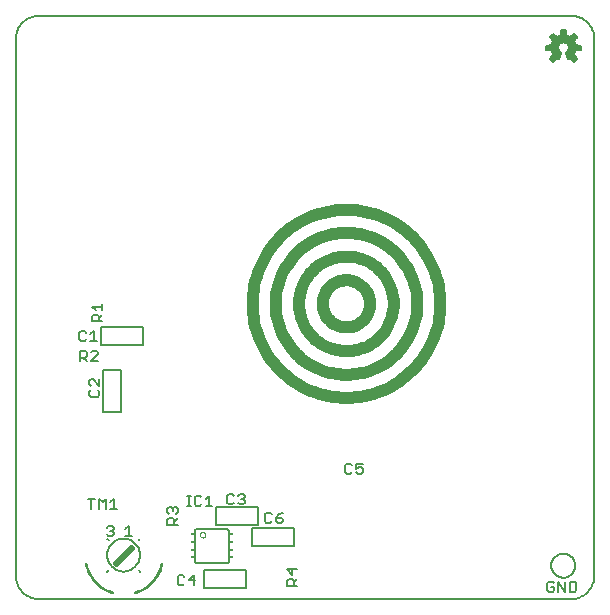
<source format=gto>
G75*
G70*
%OFA0B0*%
%FSLAX24Y24*%
%IPPOS*%
%LPD*%
%AMOC8*
5,1,8,0,0,1.08239X$1,22.5*
%
%ADD10C,0.0079*%
%ADD11C,0.0059*%
%ADD12C,0.0060*%
%ADD13C,0.0020*%
%ADD14R,0.0167X0.0096*%
%ADD15C,0.0050*%
%ADD16C,0.0240*%
%ADD17C,0.0010*%
%ADD18C,0.0400*%
D10*
X000937Y000198D02*
X018654Y000198D01*
X018654Y000199D02*
X018708Y000201D01*
X018761Y000206D01*
X018814Y000215D01*
X018866Y000228D01*
X018918Y000244D01*
X018968Y000264D01*
X019016Y000287D01*
X019063Y000314D01*
X019108Y000343D01*
X019151Y000376D01*
X019191Y000411D01*
X019229Y000449D01*
X019264Y000489D01*
X019297Y000532D01*
X019326Y000577D01*
X019353Y000624D01*
X019376Y000672D01*
X019396Y000722D01*
X019412Y000774D01*
X019425Y000826D01*
X019434Y000879D01*
X019439Y000932D01*
X019441Y000986D01*
X019441Y018860D01*
X019439Y018914D01*
X019434Y018967D01*
X019425Y019020D01*
X019412Y019072D01*
X019396Y019124D01*
X019376Y019174D01*
X019353Y019222D01*
X019326Y019269D01*
X019297Y019314D01*
X019264Y019357D01*
X019229Y019397D01*
X019191Y019435D01*
X019151Y019470D01*
X019108Y019503D01*
X019063Y019532D01*
X019016Y019559D01*
X018968Y019582D01*
X018918Y019602D01*
X018866Y019618D01*
X018814Y019631D01*
X018761Y019640D01*
X018708Y019645D01*
X018654Y019647D01*
X000937Y019647D01*
X000883Y019645D01*
X000830Y019640D01*
X000777Y019631D01*
X000725Y019618D01*
X000673Y019602D01*
X000623Y019582D01*
X000575Y019559D01*
X000528Y019532D01*
X000483Y019503D01*
X000440Y019470D01*
X000400Y019435D01*
X000362Y019397D01*
X000327Y019357D01*
X000294Y019314D01*
X000265Y019269D01*
X000238Y019222D01*
X000215Y019174D01*
X000195Y019124D01*
X000179Y019072D01*
X000166Y019020D01*
X000157Y018967D01*
X000152Y018914D01*
X000150Y018860D01*
X000150Y000986D01*
X000152Y000932D01*
X000157Y000879D01*
X000166Y000826D01*
X000179Y000774D01*
X000195Y000722D01*
X000215Y000672D01*
X000238Y000624D01*
X000265Y000577D01*
X000294Y000532D01*
X000327Y000489D01*
X000362Y000449D01*
X000400Y000411D01*
X000440Y000376D01*
X000483Y000343D01*
X000528Y000314D01*
X000575Y000287D01*
X000623Y000264D01*
X000673Y000244D01*
X000725Y000228D01*
X000777Y000215D01*
X000830Y000206D01*
X000883Y000201D01*
X000937Y000199D01*
D11*
X018047Y018114D02*
X018195Y018235D01*
X018255Y018204D01*
X018340Y018409D01*
X018302Y018430D01*
X018270Y018460D01*
X018246Y018496D01*
X018231Y018536D01*
X018226Y018580D01*
X018231Y018623D01*
X018247Y018665D01*
X018271Y018701D01*
X018304Y018731D01*
X018343Y018751D01*
X018386Y018762D01*
X018430Y018763D01*
X018473Y018753D01*
X018513Y018733D01*
X018546Y018704D01*
X018572Y018668D01*
X018588Y018627D01*
X018595Y018584D01*
X018590Y018540D01*
X018576Y018498D01*
X018552Y018461D01*
X018519Y018431D01*
X018481Y018409D01*
X018566Y018204D01*
X018625Y018235D01*
X018774Y018114D01*
X018876Y018216D01*
X018755Y018364D01*
X018785Y018424D01*
X018806Y018488D01*
X018996Y018508D01*
X018996Y018651D01*
X018806Y018671D01*
X018785Y018735D01*
X018755Y018795D01*
X018876Y018943D01*
X018774Y019045D01*
X018625Y018924D01*
X018566Y018955D01*
X018502Y018975D01*
X018482Y019166D01*
X018338Y019166D01*
X018319Y018975D01*
X018255Y018955D01*
X018195Y018924D01*
X018047Y019045D01*
X017945Y018943D01*
X018066Y018795D01*
X018035Y018735D01*
X018015Y018671D01*
X017824Y018651D01*
X017824Y018508D01*
X018015Y018488D01*
X018035Y018424D01*
X018066Y018364D01*
X017945Y018216D01*
X018047Y018114D01*
X018005Y018156D02*
X018098Y018156D01*
X018168Y018213D02*
X017948Y018213D01*
X017990Y018271D02*
X018282Y018271D01*
X018306Y018328D02*
X018037Y018328D01*
X018055Y018386D02*
X018330Y018386D01*
X018287Y018443D02*
X018029Y018443D01*
X017888Y018501D02*
X018244Y018501D01*
X018228Y018559D02*
X017824Y018559D01*
X017824Y018616D02*
X018230Y018616D01*
X018253Y018674D02*
X018016Y018674D01*
X018034Y018731D02*
X018305Y018731D01*
X018515Y018731D02*
X018787Y018731D01*
X018805Y018674D02*
X018568Y018674D01*
X018590Y018616D02*
X018996Y018616D01*
X018996Y018559D02*
X018592Y018559D01*
X018577Y018501D02*
X018932Y018501D01*
X018792Y018443D02*
X018533Y018443D01*
X018490Y018386D02*
X018766Y018386D01*
X018784Y018328D02*
X018514Y018328D01*
X018538Y018271D02*
X018831Y018271D01*
X018873Y018213D02*
X018652Y018213D01*
X018583Y018213D02*
X018562Y018213D01*
X018723Y018156D02*
X018815Y018156D01*
X018259Y018213D02*
X018238Y018213D01*
X018063Y018789D02*
X018758Y018789D01*
X018797Y018846D02*
X018024Y018846D01*
X017977Y018904D02*
X018844Y018904D01*
X018857Y018961D02*
X018672Y018961D01*
X018742Y019019D02*
X018800Y019019D01*
X018544Y018961D02*
X018276Y018961D01*
X018323Y019019D02*
X018497Y019019D01*
X018491Y019077D02*
X018329Y019077D01*
X018335Y019134D02*
X018485Y019134D01*
X018149Y018961D02*
X017963Y018961D01*
X018021Y019019D02*
X018078Y019019D01*
D12*
X003042Y010049D02*
X003042Y009823D01*
X003042Y009936D02*
X002702Y009936D01*
X002815Y009823D01*
X002758Y009681D02*
X002872Y009681D01*
X002929Y009624D01*
X002929Y009454D01*
X003042Y009454D02*
X002702Y009454D01*
X002702Y009624D01*
X002758Y009681D01*
X002929Y009568D02*
X003042Y009681D01*
X002755Y009137D02*
X002755Y008797D01*
X002868Y008797D02*
X002641Y008797D01*
X002500Y008854D02*
X002443Y008797D01*
X002330Y008797D01*
X002273Y008854D01*
X002273Y009081D01*
X002330Y009137D01*
X002443Y009137D01*
X002500Y009081D01*
X002641Y009024D02*
X002755Y009137D01*
X002717Y008477D02*
X002661Y008421D01*
X002717Y008477D02*
X002831Y008477D01*
X002887Y008421D01*
X002887Y008364D01*
X002661Y008137D01*
X002887Y008137D01*
X002519Y008137D02*
X002406Y008250D01*
X002462Y008250D02*
X002292Y008250D01*
X002292Y008137D02*
X002292Y008477D01*
X002462Y008477D01*
X002519Y008421D01*
X002519Y008307D01*
X002462Y008250D01*
X002655Y007530D02*
X002599Y007473D01*
X002599Y007359D01*
X002655Y007303D01*
X002655Y007161D02*
X002599Y007105D01*
X002599Y006991D01*
X002655Y006934D01*
X002882Y006934D01*
X002939Y006991D01*
X002939Y007105D01*
X002882Y007161D01*
X002939Y007303D02*
X002712Y007530D01*
X002655Y007530D01*
X002939Y007530D02*
X002939Y007303D01*
X005866Y003652D02*
X005979Y003652D01*
X005922Y003652D02*
X005922Y003311D01*
X005866Y003311D02*
X005979Y003311D01*
X006111Y003368D02*
X006168Y003311D01*
X006281Y003311D01*
X006338Y003368D01*
X006479Y003311D02*
X006706Y003311D01*
X006593Y003311D02*
X006593Y003652D01*
X006479Y003538D01*
X006338Y003595D02*
X006281Y003652D01*
X006168Y003652D01*
X006111Y003595D01*
X006111Y003368D01*
X005547Y003206D02*
X005547Y003092D01*
X005490Y003036D01*
X005547Y002894D02*
X005433Y002781D01*
X005433Y002838D02*
X005433Y002667D01*
X005547Y002667D02*
X005206Y002667D01*
X005206Y002838D01*
X005263Y002894D01*
X005377Y002894D01*
X005433Y002838D01*
X005263Y003036D02*
X005206Y003092D01*
X005206Y003206D01*
X005263Y003263D01*
X005320Y003263D01*
X005377Y003206D01*
X005433Y003263D01*
X005490Y003263D01*
X005547Y003206D01*
X005377Y003206D02*
X005377Y003149D01*
X006129Y002475D02*
X006129Y001471D01*
X006130Y001458D01*
X006135Y001445D01*
X006142Y001434D01*
X006151Y001425D01*
X006162Y001418D01*
X006175Y001413D01*
X006188Y001412D01*
X007192Y001412D01*
X007205Y001413D01*
X007217Y001418D01*
X007228Y001425D01*
X007238Y001434D01*
X007245Y001445D01*
X007249Y001457D01*
X007251Y001471D01*
X007251Y002475D01*
X007252Y002475D02*
X007251Y002488D01*
X007246Y002501D01*
X007239Y002512D01*
X007230Y002521D01*
X007219Y002528D01*
X007206Y002533D01*
X007193Y002534D01*
X006189Y002534D01*
X006188Y002534D02*
X006175Y002533D01*
X006163Y002528D01*
X006152Y002521D01*
X006142Y002512D01*
X006135Y002501D01*
X006131Y002489D01*
X006129Y002475D01*
X007192Y003420D02*
X007249Y003363D01*
X007362Y003363D01*
X007419Y003420D01*
X007561Y003420D02*
X007617Y003363D01*
X007731Y003363D01*
X007787Y003420D01*
X007787Y003477D01*
X007731Y003534D01*
X007674Y003534D01*
X007731Y003534D02*
X007787Y003590D01*
X007787Y003647D01*
X007731Y003704D01*
X007617Y003704D01*
X007561Y003647D01*
X007419Y003647D02*
X007362Y003704D01*
X007249Y003704D01*
X007192Y003647D01*
X007192Y003420D01*
X008452Y003028D02*
X008452Y002801D01*
X008508Y002744D01*
X008622Y002744D01*
X008679Y002801D01*
X008820Y002801D02*
X008820Y002915D01*
X008990Y002915D01*
X009047Y002858D01*
X009047Y002801D01*
X008990Y002744D01*
X008877Y002744D01*
X008820Y002801D01*
X008820Y002915D02*
X008933Y003028D01*
X009047Y003085D01*
X008679Y003028D02*
X008622Y003085D01*
X008508Y003085D01*
X008452Y003028D01*
X011123Y004432D02*
X011180Y004375D01*
X011294Y004375D01*
X011350Y004432D01*
X011492Y004432D02*
X011548Y004375D01*
X011662Y004375D01*
X011719Y004432D01*
X011719Y004545D01*
X011662Y004602D01*
X011605Y004602D01*
X011492Y004545D01*
X011492Y004715D01*
X011719Y004715D01*
X011350Y004659D02*
X011294Y004715D01*
X011180Y004715D01*
X011123Y004659D01*
X011123Y004432D01*
X009361Y001244D02*
X009361Y001017D01*
X009191Y001187D01*
X009531Y001187D01*
X009531Y000876D02*
X009418Y000762D01*
X009418Y000819D02*
X009418Y000649D01*
X009531Y000649D02*
X009191Y000649D01*
X009191Y000819D01*
X009247Y000876D01*
X009361Y000876D01*
X009418Y000819D01*
X006141Y000830D02*
X005914Y000830D01*
X006084Y001000D01*
X006084Y000660D01*
X005772Y000717D02*
X005716Y000660D01*
X005602Y000660D01*
X005546Y000717D01*
X005546Y000943D01*
X005602Y001000D01*
X005716Y001000D01*
X005772Y000943D01*
X004294Y001117D02*
X004244Y001167D01*
X003244Y001167D02*
X003194Y001117D01*
X003194Y001667D02*
X003196Y001714D01*
X003202Y001760D01*
X003212Y001806D01*
X003225Y001850D01*
X003243Y001894D01*
X003264Y001935D01*
X003288Y001975D01*
X003316Y002013D01*
X003347Y002048D01*
X003381Y002080D01*
X003417Y002109D01*
X003456Y002135D01*
X003496Y002158D01*
X003539Y002177D01*
X003583Y002193D01*
X003628Y002205D01*
X003674Y002213D01*
X003721Y002217D01*
X003767Y002217D01*
X003814Y002213D01*
X003860Y002205D01*
X003905Y002193D01*
X003949Y002177D01*
X003992Y002158D01*
X004032Y002135D01*
X004071Y002109D01*
X004107Y002080D01*
X004141Y002048D01*
X004172Y002013D01*
X004200Y001975D01*
X004224Y001935D01*
X004245Y001894D01*
X004263Y001850D01*
X004276Y001806D01*
X004286Y001760D01*
X004292Y001714D01*
X004294Y001667D01*
X004292Y001620D01*
X004286Y001574D01*
X004276Y001528D01*
X004263Y001484D01*
X004245Y001440D01*
X004224Y001399D01*
X004200Y001359D01*
X004172Y001321D01*
X004141Y001286D01*
X004107Y001254D01*
X004071Y001225D01*
X004032Y001199D01*
X003992Y001176D01*
X003949Y001157D01*
X003905Y001141D01*
X003860Y001129D01*
X003814Y001121D01*
X003767Y001117D01*
X003721Y001117D01*
X003674Y001121D01*
X003628Y001129D01*
X003583Y001141D01*
X003539Y001157D01*
X003496Y001176D01*
X003456Y001199D01*
X003417Y001225D01*
X003381Y001254D01*
X003347Y001286D01*
X003316Y001321D01*
X003288Y001359D01*
X003264Y001399D01*
X003243Y001440D01*
X003225Y001484D01*
X003212Y001528D01*
X003202Y001574D01*
X003196Y001620D01*
X003194Y001667D01*
X003244Y002167D02*
X003194Y002217D01*
X004244Y002167D02*
X004294Y002217D01*
X003526Y003207D02*
X003300Y003207D01*
X003413Y003207D02*
X003413Y003547D01*
X003300Y003434D01*
X003158Y003547D02*
X003158Y003207D01*
X002931Y003207D02*
X002931Y003547D01*
X003045Y003434D01*
X003158Y003547D01*
X002790Y003547D02*
X002563Y003547D01*
X002676Y003547D02*
X002676Y003207D01*
X017873Y000725D02*
X017873Y000498D01*
X017930Y000441D01*
X018043Y000441D01*
X018100Y000498D01*
X018100Y000611D01*
X017986Y000611D01*
X017873Y000725D02*
X017930Y000781D01*
X018043Y000781D01*
X018100Y000725D01*
X018241Y000781D02*
X018468Y000441D01*
X018468Y000781D01*
X018610Y000781D02*
X018610Y000441D01*
X018780Y000441D01*
X018836Y000498D01*
X018836Y000725D01*
X018780Y000781D01*
X018610Y000781D01*
X018241Y000781D02*
X018241Y000441D01*
D13*
X006287Y002345D02*
X006289Y002364D01*
X006294Y002381D01*
X006303Y002398D01*
X006316Y002412D01*
X006330Y002423D01*
X006347Y002431D01*
X006365Y002436D01*
X006384Y002437D01*
X006402Y002434D01*
X006420Y002428D01*
X006435Y002418D01*
X006449Y002405D01*
X006459Y002390D01*
X006467Y002373D01*
X006471Y002354D01*
X006471Y002336D01*
X006467Y002317D01*
X006459Y002300D01*
X006449Y002285D01*
X006435Y002272D01*
X006420Y002262D01*
X006402Y002256D01*
X006384Y002253D01*
X006365Y002254D01*
X006347Y002259D01*
X006330Y002267D01*
X006316Y002278D01*
X006303Y002292D01*
X006294Y002309D01*
X006289Y002326D01*
X006287Y002345D01*
D14*
X006045Y002357D03*
X006045Y002101D03*
X006045Y001845D03*
X006045Y001589D03*
X007335Y001589D03*
X007335Y001845D03*
X007335Y002101D03*
X007335Y002357D03*
D15*
X006812Y002683D02*
X006812Y003283D01*
X008212Y003283D01*
X008212Y002683D01*
X006812Y002683D01*
X008012Y002583D02*
X008012Y001983D01*
X009412Y001983D01*
X009412Y002583D01*
X008012Y002583D01*
X007812Y001183D02*
X006412Y001183D01*
X006412Y000583D01*
X007812Y000583D01*
X007812Y001183D01*
X004024Y002309D02*
X003798Y002309D01*
X003911Y002309D02*
X003911Y002649D01*
X003798Y002536D01*
X003412Y002524D02*
X003355Y002467D01*
X003412Y002410D01*
X003412Y002354D01*
X003355Y002297D01*
X003242Y002297D01*
X003185Y002354D01*
X003298Y002467D02*
X003355Y002467D01*
X003412Y002524D02*
X003412Y002580D01*
X003355Y002637D01*
X003242Y002637D01*
X003185Y002580D01*
X003056Y006448D02*
X003656Y006448D01*
X003656Y007848D01*
X003056Y007848D01*
X003056Y006448D01*
X003000Y008655D02*
X003000Y009255D01*
X004400Y009255D01*
X004400Y008655D01*
X003000Y008655D01*
X017999Y001317D02*
X018001Y001357D01*
X018007Y001396D01*
X018017Y001435D01*
X018030Y001472D01*
X018048Y001508D01*
X018069Y001542D01*
X018093Y001574D01*
X018120Y001603D01*
X018150Y001630D01*
X018182Y001653D01*
X018217Y001673D01*
X018253Y001689D01*
X018291Y001702D01*
X018330Y001711D01*
X018369Y001716D01*
X018409Y001717D01*
X018449Y001714D01*
X018488Y001707D01*
X018526Y001696D01*
X018564Y001682D01*
X018599Y001663D01*
X018632Y001642D01*
X018664Y001617D01*
X018692Y001589D01*
X018718Y001559D01*
X018740Y001526D01*
X018759Y001491D01*
X018775Y001454D01*
X018787Y001416D01*
X018795Y001377D01*
X018799Y001337D01*
X018799Y001297D01*
X018795Y001257D01*
X018787Y001218D01*
X018775Y001180D01*
X018759Y001143D01*
X018740Y001108D01*
X018718Y001075D01*
X018692Y001045D01*
X018664Y001017D01*
X018632Y000992D01*
X018599Y000971D01*
X018564Y000952D01*
X018526Y000938D01*
X018488Y000927D01*
X018449Y000920D01*
X018409Y000917D01*
X018369Y000918D01*
X018330Y000923D01*
X018291Y000932D01*
X018253Y000945D01*
X018217Y000961D01*
X018182Y000981D01*
X018150Y001004D01*
X018120Y001031D01*
X018093Y001060D01*
X018069Y001092D01*
X018048Y001126D01*
X018030Y001162D01*
X018017Y001199D01*
X018007Y001238D01*
X018001Y001277D01*
X017999Y001317D01*
D16*
X003994Y001917D02*
X003494Y001417D01*
D17*
X002450Y001393D02*
X002499Y001403D01*
X002499Y001402D02*
X002515Y001335D01*
X002535Y001269D01*
X002558Y001204D01*
X002585Y001141D01*
X002615Y001079D01*
X002649Y001018D01*
X002685Y000960D01*
X002725Y000904D01*
X002768Y000849D01*
X002814Y000798D01*
X002862Y000749D01*
X002913Y000702D01*
X002967Y000659D01*
X003023Y000618D01*
X003081Y000580D01*
X003141Y000546D01*
X003202Y000515D01*
X003265Y000487D01*
X003330Y000463D01*
X003396Y000443D01*
X003383Y000395D01*
X003382Y000394D01*
X003314Y000416D01*
X003247Y000441D01*
X003181Y000470D01*
X003117Y000502D01*
X003055Y000538D01*
X002995Y000577D01*
X002937Y000619D01*
X002881Y000664D01*
X002828Y000713D01*
X002777Y000764D01*
X002730Y000817D01*
X002685Y000874D01*
X002644Y000932D01*
X002606Y000993D01*
X002571Y001056D01*
X002539Y001120D01*
X002511Y001186D01*
X002487Y001254D01*
X002467Y001323D01*
X002450Y001392D01*
X002459Y001394D01*
X002475Y001325D01*
X002496Y001257D01*
X002520Y001189D01*
X002548Y001124D01*
X002579Y001060D01*
X002613Y000997D01*
X002651Y000937D01*
X002693Y000879D01*
X002737Y000823D01*
X002784Y000770D01*
X002834Y000719D01*
X002887Y000671D01*
X002942Y000626D01*
X003000Y000584D01*
X003059Y000545D01*
X003121Y000510D01*
X003185Y000478D01*
X003250Y000449D01*
X003317Y000424D01*
X003385Y000403D01*
X003387Y000412D01*
X003320Y000433D01*
X003254Y000458D01*
X003189Y000486D01*
X003125Y000518D01*
X003064Y000553D01*
X003005Y000592D01*
X002948Y000633D01*
X002893Y000678D01*
X002840Y000726D01*
X002791Y000776D01*
X002744Y000829D01*
X002700Y000884D01*
X002659Y000942D01*
X002621Y001002D01*
X002587Y001064D01*
X002556Y001128D01*
X002528Y001193D01*
X002504Y001259D01*
X002484Y001327D01*
X002467Y001396D01*
X002476Y001398D01*
X002493Y001329D01*
X002513Y001262D01*
X002537Y001196D01*
X002564Y001131D01*
X002595Y001068D01*
X002629Y001007D01*
X002666Y000947D01*
X002707Y000890D01*
X002751Y000835D01*
X002797Y000782D01*
X002847Y000732D01*
X002899Y000685D01*
X002953Y000640D01*
X003010Y000599D01*
X003069Y000561D01*
X003130Y000526D01*
X003192Y000494D01*
X003257Y000466D01*
X003323Y000441D01*
X003390Y000420D01*
X003392Y000429D01*
X003326Y000450D01*
X003260Y000474D01*
X003196Y000502D01*
X003134Y000534D01*
X003073Y000568D01*
X003015Y000606D01*
X002958Y000648D01*
X002904Y000692D01*
X002853Y000739D01*
X002804Y000788D01*
X002757Y000840D01*
X002714Y000895D01*
X002674Y000952D01*
X002637Y001011D01*
X002603Y001072D01*
X002572Y001135D01*
X002545Y001199D01*
X002521Y001265D01*
X002501Y001332D01*
X002485Y001400D01*
X002494Y001401D01*
X002510Y001334D01*
X002530Y001268D01*
X002553Y001202D01*
X002580Y001139D01*
X002611Y001076D01*
X002644Y001016D01*
X002681Y000957D01*
X002721Y000901D01*
X002764Y000846D01*
X002810Y000794D01*
X002859Y000745D01*
X002910Y000698D01*
X002964Y000655D01*
X003020Y000614D01*
X003078Y000576D01*
X003138Y000542D01*
X003200Y000511D01*
X003264Y000483D01*
X003328Y000458D01*
X003395Y000438D01*
X004105Y000395D02*
X004092Y000443D01*
X004158Y000463D01*
X004223Y000487D01*
X004286Y000515D01*
X004347Y000546D01*
X004407Y000580D01*
X004465Y000618D01*
X004521Y000659D01*
X004575Y000702D01*
X004626Y000749D01*
X004674Y000798D01*
X004720Y000849D01*
X004763Y000904D01*
X004803Y000960D01*
X004839Y001018D01*
X004873Y001079D01*
X004903Y001141D01*
X004930Y001204D01*
X004953Y001269D01*
X004973Y001335D01*
X004989Y001402D01*
X005038Y001393D01*
X005038Y001392D01*
X005021Y001323D01*
X005001Y001254D01*
X004977Y001186D01*
X004949Y001120D01*
X004917Y001056D01*
X004882Y000993D01*
X004844Y000932D01*
X004803Y000874D01*
X004758Y000817D01*
X004711Y000764D01*
X004660Y000713D01*
X004607Y000664D01*
X004551Y000619D01*
X004493Y000577D01*
X004433Y000538D01*
X004371Y000502D01*
X004307Y000470D01*
X004241Y000441D01*
X004174Y000416D01*
X004106Y000394D01*
X004103Y000403D01*
X004171Y000424D01*
X004238Y000449D01*
X004303Y000478D01*
X004367Y000510D01*
X004429Y000545D01*
X004488Y000584D01*
X004546Y000626D01*
X004601Y000671D01*
X004654Y000719D01*
X004704Y000770D01*
X004751Y000823D01*
X004795Y000879D01*
X004837Y000937D01*
X004875Y000997D01*
X004909Y001060D01*
X004940Y001124D01*
X004968Y001189D01*
X004992Y001257D01*
X005013Y001325D01*
X005029Y001394D01*
X005021Y001396D01*
X005004Y001327D01*
X004984Y001259D01*
X004960Y001193D01*
X004932Y001128D01*
X004901Y001064D01*
X004867Y001002D01*
X004829Y000942D01*
X004788Y000884D01*
X004744Y000829D01*
X004697Y000776D01*
X004648Y000726D01*
X004595Y000678D01*
X004540Y000633D01*
X004483Y000592D01*
X004424Y000553D01*
X004363Y000518D01*
X004299Y000486D01*
X004234Y000458D01*
X004168Y000433D01*
X004101Y000412D01*
X004098Y000420D01*
X004165Y000441D01*
X004231Y000466D01*
X004296Y000494D01*
X004358Y000526D01*
X004419Y000561D01*
X004478Y000599D01*
X004535Y000640D01*
X004589Y000685D01*
X004641Y000732D01*
X004691Y000782D01*
X004737Y000835D01*
X004781Y000890D01*
X004822Y000947D01*
X004859Y001007D01*
X004893Y001068D01*
X004924Y001131D01*
X004951Y001196D01*
X004975Y001262D01*
X004995Y001329D01*
X005012Y001398D01*
X005003Y001400D01*
X004987Y001332D01*
X004967Y001265D01*
X004943Y001199D01*
X004916Y001135D01*
X004885Y001072D01*
X004851Y001011D01*
X004814Y000952D01*
X004774Y000895D01*
X004731Y000840D01*
X004684Y000788D01*
X004635Y000739D01*
X004584Y000692D01*
X004530Y000648D01*
X004473Y000606D01*
X004415Y000568D01*
X004354Y000534D01*
X004292Y000502D01*
X004228Y000474D01*
X004162Y000450D01*
X004096Y000429D01*
X004093Y000438D01*
X004160Y000458D01*
X004224Y000483D01*
X004288Y000511D01*
X004350Y000542D01*
X004410Y000576D01*
X004468Y000614D01*
X004524Y000655D01*
X004578Y000698D01*
X004629Y000745D01*
X004678Y000794D01*
X004724Y000846D01*
X004767Y000901D01*
X004807Y000957D01*
X004844Y001016D01*
X004877Y001076D01*
X004908Y001139D01*
X004935Y001202D01*
X004958Y001268D01*
X004978Y001334D01*
X004994Y001401D01*
D18*
X010387Y010041D02*
X010389Y010097D01*
X010395Y010152D01*
X010405Y010206D01*
X010418Y010260D01*
X010436Y010313D01*
X010457Y010364D01*
X010481Y010414D01*
X010509Y010462D01*
X010541Y010508D01*
X010575Y010552D01*
X010613Y010593D01*
X010653Y010631D01*
X010696Y010666D01*
X010741Y010698D01*
X010789Y010727D01*
X010838Y010753D01*
X010889Y010775D01*
X010941Y010793D01*
X010995Y010807D01*
X011050Y010818D01*
X011105Y010825D01*
X011160Y010828D01*
X011216Y010827D01*
X011271Y010822D01*
X011326Y010813D01*
X011380Y010801D01*
X011433Y010784D01*
X011485Y010764D01*
X011535Y010740D01*
X011583Y010713D01*
X011630Y010683D01*
X011674Y010649D01*
X011716Y010612D01*
X011754Y010572D01*
X011791Y010530D01*
X011824Y010485D01*
X011853Y010439D01*
X011880Y010390D01*
X011902Y010339D01*
X011922Y010287D01*
X011937Y010233D01*
X011949Y010179D01*
X011957Y010124D01*
X011961Y010069D01*
X011961Y010013D01*
X011957Y009958D01*
X011949Y009903D01*
X011937Y009849D01*
X011922Y009795D01*
X011902Y009743D01*
X011880Y009692D01*
X011853Y009643D01*
X011824Y009597D01*
X011791Y009552D01*
X011754Y009510D01*
X011716Y009470D01*
X011674Y009433D01*
X011630Y009399D01*
X011583Y009369D01*
X011535Y009342D01*
X011485Y009318D01*
X011433Y009298D01*
X011380Y009281D01*
X011326Y009269D01*
X011271Y009260D01*
X011216Y009255D01*
X011160Y009254D01*
X011105Y009257D01*
X011050Y009264D01*
X010995Y009275D01*
X010941Y009289D01*
X010889Y009307D01*
X010838Y009329D01*
X010789Y009355D01*
X010741Y009384D01*
X010696Y009416D01*
X010653Y009451D01*
X010613Y009489D01*
X010575Y009530D01*
X010541Y009574D01*
X010509Y009620D01*
X010481Y009668D01*
X010457Y009718D01*
X010436Y009769D01*
X010418Y009822D01*
X010405Y009876D01*
X010395Y009930D01*
X010389Y009985D01*
X010387Y010041D01*
X009599Y010041D02*
X009601Y010120D01*
X009607Y010199D01*
X009617Y010278D01*
X009631Y010356D01*
X009648Y010433D01*
X009670Y010509D01*
X009695Y010584D01*
X009725Y010657D01*
X009757Y010729D01*
X009794Y010800D01*
X009834Y010868D01*
X009877Y010934D01*
X009923Y010998D01*
X009973Y011060D01*
X010026Y011119D01*
X010081Y011175D01*
X010140Y011229D01*
X010201Y011279D01*
X010264Y011327D01*
X010330Y011371D01*
X010398Y011412D01*
X010468Y011449D01*
X010539Y011483D01*
X010613Y011513D01*
X010687Y011539D01*
X010763Y011561D01*
X010840Y011580D01*
X010918Y011595D01*
X010996Y011606D01*
X011075Y011613D01*
X011154Y011616D01*
X011233Y011615D01*
X011312Y011610D01*
X011391Y011601D01*
X011469Y011588D01*
X011546Y011571D01*
X011623Y011551D01*
X011698Y011526D01*
X011772Y011498D01*
X011845Y011466D01*
X011915Y011431D01*
X011984Y011392D01*
X012051Y011349D01*
X012116Y011303D01*
X012178Y011255D01*
X012238Y011203D01*
X012295Y011148D01*
X012349Y011090D01*
X012400Y011030D01*
X012448Y010967D01*
X012493Y010902D01*
X012535Y010834D01*
X012573Y010765D01*
X012607Y010694D01*
X012638Y010621D01*
X012666Y010546D01*
X012689Y010471D01*
X012709Y010394D01*
X012725Y010317D01*
X012737Y010238D01*
X012745Y010160D01*
X012749Y010081D01*
X012749Y010001D01*
X012745Y009922D01*
X012737Y009844D01*
X012725Y009765D01*
X012709Y009688D01*
X012689Y009611D01*
X012666Y009536D01*
X012638Y009461D01*
X012607Y009388D01*
X012573Y009317D01*
X012535Y009248D01*
X012493Y009180D01*
X012448Y009115D01*
X012400Y009052D01*
X012349Y008992D01*
X012295Y008934D01*
X012238Y008879D01*
X012178Y008827D01*
X012116Y008779D01*
X012051Y008733D01*
X011984Y008690D01*
X011915Y008651D01*
X011845Y008616D01*
X011772Y008584D01*
X011698Y008556D01*
X011623Y008531D01*
X011546Y008511D01*
X011469Y008494D01*
X011391Y008481D01*
X011312Y008472D01*
X011233Y008467D01*
X011154Y008466D01*
X011075Y008469D01*
X010996Y008476D01*
X010918Y008487D01*
X010840Y008502D01*
X010763Y008521D01*
X010687Y008543D01*
X010613Y008569D01*
X010539Y008599D01*
X010468Y008633D01*
X010398Y008670D01*
X010330Y008711D01*
X010264Y008755D01*
X010201Y008803D01*
X010140Y008853D01*
X010081Y008907D01*
X010026Y008963D01*
X009973Y009022D01*
X009923Y009084D01*
X009877Y009148D01*
X009834Y009214D01*
X009794Y009282D01*
X009757Y009353D01*
X009725Y009425D01*
X009695Y009498D01*
X009670Y009573D01*
X009648Y009649D01*
X009631Y009726D01*
X009617Y009804D01*
X009607Y009883D01*
X009601Y009962D01*
X009599Y010041D01*
X008812Y010041D02*
X008815Y010157D01*
X008823Y010273D01*
X008838Y010388D01*
X008857Y010502D01*
X008883Y010615D01*
X008914Y010727D01*
X008950Y010837D01*
X008992Y010945D01*
X009039Y011051D01*
X009091Y011154D01*
X009148Y011255D01*
X009210Y011353D01*
X009277Y011448D01*
X009348Y011539D01*
X009424Y011627D01*
X009504Y011711D01*
X009588Y011791D01*
X009676Y011867D01*
X009767Y011938D01*
X009862Y012005D01*
X009960Y012067D01*
X010061Y012124D01*
X010164Y012176D01*
X010270Y012223D01*
X010378Y012265D01*
X010488Y012301D01*
X010600Y012332D01*
X010713Y012358D01*
X010827Y012377D01*
X010942Y012392D01*
X011058Y012400D01*
X011174Y012403D01*
X011290Y012400D01*
X011406Y012392D01*
X011521Y012377D01*
X011635Y012358D01*
X011748Y012332D01*
X011860Y012301D01*
X011970Y012265D01*
X012078Y012223D01*
X012184Y012176D01*
X012287Y012124D01*
X012388Y012067D01*
X012486Y012005D01*
X012581Y011938D01*
X012672Y011867D01*
X012760Y011791D01*
X012844Y011711D01*
X012924Y011627D01*
X013000Y011539D01*
X013071Y011448D01*
X013138Y011353D01*
X013200Y011255D01*
X013257Y011154D01*
X013309Y011051D01*
X013356Y010945D01*
X013398Y010837D01*
X013434Y010727D01*
X013465Y010615D01*
X013491Y010502D01*
X013510Y010388D01*
X013525Y010273D01*
X013533Y010157D01*
X013536Y010041D01*
X013533Y009925D01*
X013525Y009809D01*
X013510Y009694D01*
X013491Y009580D01*
X013465Y009467D01*
X013434Y009355D01*
X013398Y009245D01*
X013356Y009137D01*
X013309Y009031D01*
X013257Y008928D01*
X013200Y008827D01*
X013138Y008729D01*
X013071Y008634D01*
X013000Y008543D01*
X012924Y008455D01*
X012844Y008371D01*
X012760Y008291D01*
X012672Y008215D01*
X012581Y008144D01*
X012486Y008077D01*
X012388Y008015D01*
X012287Y007958D01*
X012184Y007906D01*
X012078Y007859D01*
X011970Y007817D01*
X011860Y007781D01*
X011748Y007750D01*
X011635Y007724D01*
X011521Y007705D01*
X011406Y007690D01*
X011290Y007682D01*
X011174Y007679D01*
X011058Y007682D01*
X010942Y007690D01*
X010827Y007705D01*
X010713Y007724D01*
X010600Y007750D01*
X010488Y007781D01*
X010378Y007817D01*
X010270Y007859D01*
X010164Y007906D01*
X010061Y007958D01*
X009960Y008015D01*
X009862Y008077D01*
X009767Y008144D01*
X009676Y008215D01*
X009588Y008291D01*
X009504Y008371D01*
X009424Y008455D01*
X009348Y008543D01*
X009277Y008634D01*
X009210Y008729D01*
X009148Y008827D01*
X009091Y008928D01*
X009039Y009031D01*
X008992Y009137D01*
X008950Y009245D01*
X008914Y009355D01*
X008883Y009467D01*
X008857Y009580D01*
X008838Y009694D01*
X008823Y009809D01*
X008815Y009925D01*
X008812Y010041D01*
X008044Y010041D02*
X008048Y010195D01*
X008059Y010348D01*
X008078Y010500D01*
X008104Y010652D01*
X008138Y010802D01*
X008179Y010950D01*
X008227Y011095D01*
X008282Y011239D01*
X008345Y011379D01*
X008414Y011516D01*
X008489Y011650D01*
X008572Y011780D01*
X008660Y011906D01*
X008754Y012027D01*
X008855Y012143D01*
X008961Y012254D01*
X009072Y012360D01*
X009188Y012461D01*
X009309Y012555D01*
X009435Y012643D01*
X009565Y012726D01*
X009699Y012801D01*
X009836Y012870D01*
X009976Y012933D01*
X010120Y012988D01*
X010265Y013036D01*
X010413Y013077D01*
X010563Y013111D01*
X010715Y013137D01*
X010867Y013156D01*
X011020Y013167D01*
X011174Y013171D01*
X011328Y013167D01*
X011481Y013156D01*
X011633Y013137D01*
X011785Y013111D01*
X011935Y013077D01*
X012083Y013036D01*
X012228Y012988D01*
X012372Y012933D01*
X012512Y012870D01*
X012649Y012801D01*
X012783Y012726D01*
X012913Y012643D01*
X013039Y012555D01*
X013160Y012461D01*
X013276Y012360D01*
X013387Y012254D01*
X013493Y012143D01*
X013594Y012027D01*
X013688Y011906D01*
X013776Y011780D01*
X013859Y011650D01*
X013934Y011516D01*
X014003Y011379D01*
X014066Y011239D01*
X014121Y011095D01*
X014169Y010950D01*
X014210Y010802D01*
X014244Y010652D01*
X014270Y010500D01*
X014289Y010348D01*
X014300Y010195D01*
X014304Y010041D01*
X014300Y009887D01*
X014289Y009734D01*
X014270Y009582D01*
X014244Y009430D01*
X014210Y009280D01*
X014169Y009132D01*
X014121Y008987D01*
X014066Y008843D01*
X014003Y008703D01*
X013934Y008566D01*
X013859Y008432D01*
X013776Y008302D01*
X013688Y008176D01*
X013594Y008055D01*
X013493Y007939D01*
X013387Y007828D01*
X013276Y007722D01*
X013160Y007621D01*
X013039Y007527D01*
X012913Y007439D01*
X012783Y007356D01*
X012649Y007281D01*
X012512Y007212D01*
X012372Y007149D01*
X012228Y007094D01*
X012083Y007046D01*
X011935Y007005D01*
X011785Y006971D01*
X011633Y006945D01*
X011481Y006926D01*
X011328Y006915D01*
X011174Y006911D01*
X011020Y006915D01*
X010867Y006926D01*
X010715Y006945D01*
X010563Y006971D01*
X010413Y007005D01*
X010265Y007046D01*
X010120Y007094D01*
X009976Y007149D01*
X009836Y007212D01*
X009699Y007281D01*
X009565Y007356D01*
X009435Y007439D01*
X009309Y007527D01*
X009188Y007621D01*
X009072Y007722D01*
X008961Y007828D01*
X008855Y007939D01*
X008754Y008055D01*
X008660Y008176D01*
X008572Y008302D01*
X008489Y008432D01*
X008414Y008566D01*
X008345Y008703D01*
X008282Y008843D01*
X008227Y008987D01*
X008179Y009132D01*
X008138Y009280D01*
X008104Y009430D01*
X008078Y009582D01*
X008059Y009734D01*
X008048Y009887D01*
X008044Y010041D01*
M02*

</source>
